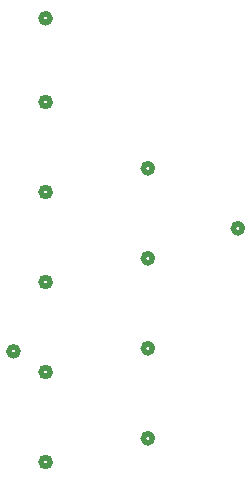
<source format=gbr>
%TF.GenerationSoftware,KiCad,Pcbnew,7.0.10*%
%TF.CreationDate,2024-05-27T10:21:38-04:00*%
%TF.ProjectId,Scout_Board,53636f75-745f-4426-9f61-72642e6b6963,rev?*%
%TF.SameCoordinates,Original*%
%TF.FileFunction,Legend,Bot*%
%TF.FilePolarity,Positive*%
%FSLAX46Y46*%
G04 Gerber Fmt 4.6, Leading zero omitted, Abs format (unit mm)*
G04 Created by KiCad (PCBNEW 7.0.10) date 2024-05-27 10:21:38*
%MOMM*%
%LPD*%
G01*
G04 APERTURE LIST*
%ADD10C,0.508000*%
G04 APERTURE END LIST*
D10*
%TO.C,Conn11*%
X208838099Y-147320000D02*
G75*
G03*
X208076099Y-147320000I-381000J0D01*
G01*
X208076099Y-147320000D02*
G75*
G03*
X208838099Y-147320000I381000J0D01*
G01*
%TO.C,Conn12*%
X208838099Y-139700000D02*
G75*
G03*
X208076099Y-139700000I-381000J0D01*
G01*
X208076099Y-139700000D02*
G75*
G03*
X208838099Y-139700000I381000J0D01*
G01*
%TO.C,Conn10*%
X208838099Y-154940000D02*
G75*
G03*
X208076099Y-154940000I-381000J0D01*
G01*
X208076099Y-154940000D02*
G75*
G03*
X208838099Y-154940000I381000J0D01*
G01*
%TO.C,Conn4*%
X200178100Y-134088001D02*
G75*
G03*
X199416100Y-134088001I-381000J0D01*
G01*
X199416100Y-134088001D02*
G75*
G03*
X200178100Y-134088001I381000J0D01*
G01*
%TO.C,Conn9*%
X208838099Y-162560000D02*
G75*
G03*
X208076099Y-162560000I-381000J0D01*
G01*
X208076099Y-162560000D02*
G75*
G03*
X208838099Y-162560000I381000J0D01*
G01*
%TO.C,Conn1*%
X200178100Y-127000000D02*
G75*
G03*
X199416100Y-127000000I-381000J0D01*
G01*
X199416100Y-127000000D02*
G75*
G03*
X200178100Y-127000000I381000J0D01*
G01*
%TO.C,Conn6*%
X200178100Y-149328001D02*
G75*
G03*
X199416100Y-149328001I-381000J0D01*
G01*
X199416100Y-149328001D02*
G75*
G03*
X200178100Y-149328001I381000J0D01*
G01*
%TO.C,Conn7*%
X197458008Y-155194000D02*
G75*
G03*
X196696008Y-155194000I-381000J0D01*
G01*
X196696008Y-155194000D02*
G75*
G03*
X197458008Y-155194000I381000J0D01*
G01*
%TO.C,Conn8*%
X216458099Y-144780000D02*
G75*
G03*
X215696099Y-144780000I-381000J0D01*
G01*
X215696099Y-144780000D02*
G75*
G03*
X216458099Y-144780000I381000J0D01*
G01*
%TO.C,Conn2*%
X200178100Y-164568001D02*
G75*
G03*
X199416100Y-164568001I-381000J0D01*
G01*
X199416100Y-164568001D02*
G75*
G03*
X200178100Y-164568001I381000J0D01*
G01*
%TO.C,Conn3*%
X200178100Y-156948001D02*
G75*
G03*
X199416100Y-156948001I-381000J0D01*
G01*
X199416100Y-156948001D02*
G75*
G03*
X200178100Y-156948001I381000J0D01*
G01*
%TO.C,Conn5*%
X200178100Y-141708001D02*
G75*
G03*
X199416100Y-141708001I-381000J0D01*
G01*
X199416100Y-141708001D02*
G75*
G03*
X200178100Y-141708001I381000J0D01*
G01*
%TD*%
M02*

</source>
